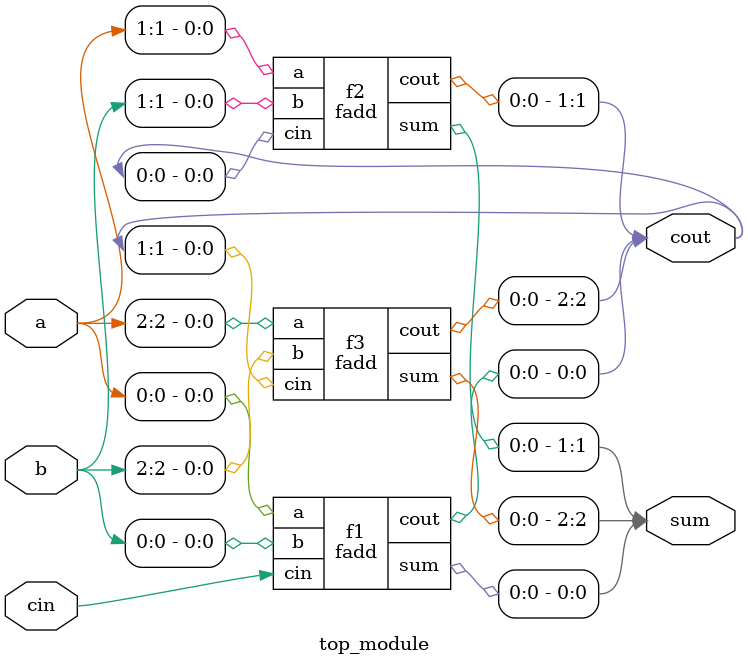
<source format=v>
module fadd(input a,b,cin,output sum,cout);
    assign sum=a^b^cin;
    assign cout=(a&b)|(b&cin)|(cin&a);
endmodule
    
    
module top_module( 
    input [2:0] a, b,
    input cin,
    output [2:0] cout,
    output [2:0] sum );
    
    fadd f1(a[0],b[0],cin,sum[0],cout[0]);
    fadd f2(a[1],b[1],cout[0],sum[1],cout[1]);
    fadd f3(a[2],b[2],cout[1],sum[2],cout[2]);
    

endmodule
</source>
